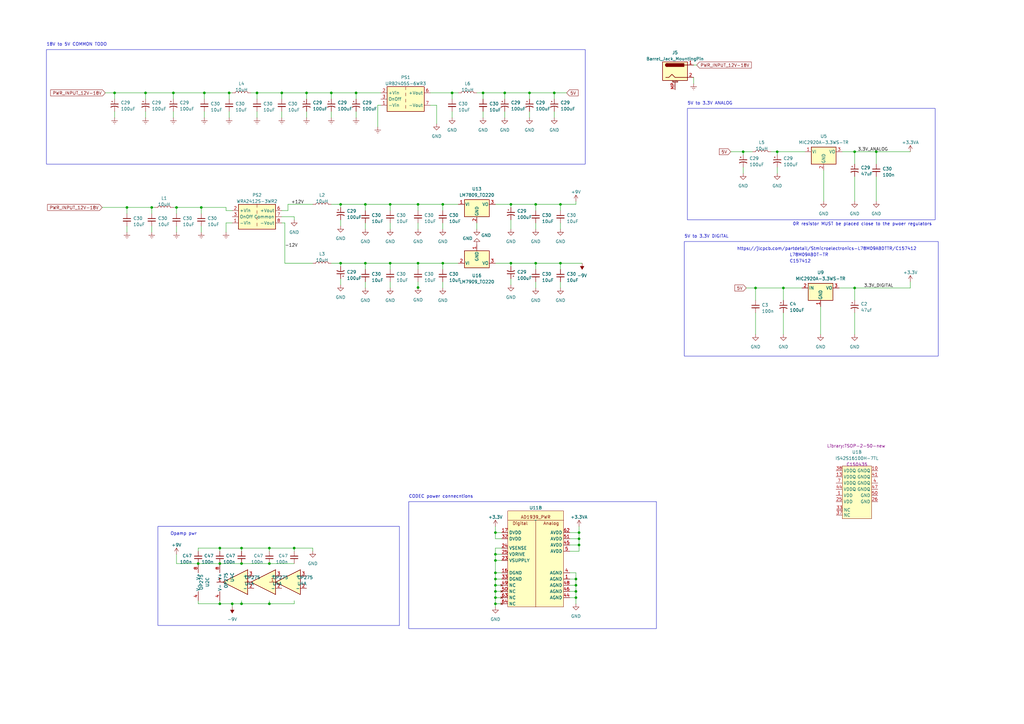
<source format=kicad_sch>
(kicad_sch (version 20230121) (generator eeschema)
  (paper "A3")
  (junction (at 146.05 38.1))
  (junction (at 350.52 118.11))
  (junction (at 72.39 85.09))
  (junction (at 171.45 107.95))
  (junction (at 149.86 107.95))
  (junction (at 236.22 237.49))
  (junction (at 236.22 245.11))
  (junction (at 110.49 231.14))
  (junction (at 237.49 223.52))
  (junction (at 135.89 38.1))
  (junction (at 229.87 83.82))
  (junction (at 93.98 38.1))
  (junction (at 115.57 38.1))
  (junction (at 81.28 231.14))
  (junction (at 304.8 62.23))
  (junction (at 217.17 38.1))
  (junction (at 125.73 38.1))
  (junction (at 209.55 107.95))
  (junction (at 236.22 242.57))
  (junction (at 237.49 218.44))
  (junction (at 309.88 118.11))
  (junction (at 105.41 38.1))
  (junction (at 71.12 38.1))
  (junction (at 359.41 62.23))
  (junction (at 110.49 224.79))
  (junction (at 181.61 83.82))
  (junction (at 203.2 227.33))
  (junction (at 99.06 224.79))
  (junction (at 83.82 38.1))
  (junction (at 82.55 85.09))
  (junction (at 90.17 224.79))
  (junction (at 90.17 231.14))
  (junction (at 207.01 38.1))
  (junction (at 149.86 83.82))
  (junction (at 90.17 247.65))
  (junction (at 237.49 220.98))
  (junction (at 219.71 107.95))
  (junction (at 99.06 247.65))
  (junction (at 203.2 242.57))
  (junction (at 203.2 247.65))
  (junction (at 110.49 247.65))
  (junction (at 160.02 83.82))
  (junction (at 203.2 218.44))
  (junction (at 236.22 240.03))
  (junction (at 209.55 83.82))
  (junction (at 99.06 231.14))
  (junction (at 120.65 224.79))
  (junction (at 160.02 107.95))
  (junction (at 203.2 245.11))
  (junction (at 46.99 38.1))
  (junction (at 95.25 247.65))
  (junction (at 171.45 83.82))
  (junction (at 59.69 38.1))
  (junction (at 185.42 38.1))
  (junction (at 198.12 38.1))
  (junction (at 229.87 107.95))
  (junction (at 321.31 118.11))
  (junction (at 350.52 62.23))
  (junction (at 219.71 83.82))
  (junction (at 203.2 234.95))
  (junction (at 203.2 237.49))
  (junction (at 318.77 62.23))
  (junction (at 139.7 107.95))
  (junction (at 139.7 83.82))
  (junction (at 171.45 117.9349))
  (junction (at 62.23 85.09))
  (junction (at 227.33 38.1))
  (junction (at 203.2 240.03))
  (junction (at 203.2 229.87))
  (junction (at 181.61 107.95))
  (junction (at 52.07 85.09))
  (wire (pts (xy 318.77 71.12) (xy 318.77 68.58)))
  (wire (pts (xy 176.53 43.18) (xy 179.07 43.18)))
  (wire (pts (xy 160.02 91.44) (xy 160.02 93.98)))
  (wire (pts (xy 203.2 227.33) (xy 203.2 229.87)))
  (wire (pts (xy 116.84 107.95) (xy 128.27 107.95)))
  (wire (pts (xy 62.23 85.09) (xy 63.5 85.09)))
  (wire (pts (xy 120.65 247.65) (xy 120.65 246.38)))
  (wire (pts (xy 171.45 107.95) (xy 181.61 107.95)))
  (wire (pts (xy 198.12 45.72) (xy 198.12 48.26)))
  (wire (pts (xy 321.31 128.27) (xy 321.31 137.16)))
  (wire (pts (xy 171.45 107.95) (xy 171.45 110.49)))
  (wire (pts (xy 227.33 38.1) (xy 227.33 40.64)))
  (wire (pts (xy 72.39 85.09) (xy 72.39 87.63)))
  (wire (pts (xy 62.23 85.09) (xy 62.23 87.63)))
  (wire (pts (xy 229.87 83.82) (xy 229.87 86.36)))
  (wire (pts (xy 118.11 83.82) (xy 118.11 86.36)))
  (wire (pts (xy 209.55 107.95) (xy 209.55 109.22)))
  (wire (pts (xy 71.12 45.72) (xy 71.12 48.26)))
  (wire (pts (xy 135.89 83.82) (xy 139.7 83.82)))
  (wire (pts (xy 203.2 245.11) (xy 203.2 247.65)))
  (wire (pts (xy 72.39 227.33) (xy 72.39 231.14)))
  (wire (pts (xy 207.01 45.72) (xy 207.01 48.26)))
  (wire (pts (xy 99.06 247.65) (xy 99.06 246.38)))
  (wire (pts (xy 233.68 237.49) (xy 236.22 237.49)))
  (wire (pts (xy 185.42 45.72) (xy 185.42 48.26)))
  (wire (pts (xy 195.58 93.98) (xy 195.58 91.44)))
  (wire (pts (xy 81.28 231.14) (xy 90.17 231.14)))
  (wire (pts (xy 318.77 62.23) (xy 330.2 62.23)))
  (wire (pts (xy 146.05 45.72) (xy 146.05 48.26)))
  (wire (pts (xy 236.22 82.55) (xy 236.22 83.82)))
  (wire (pts (xy 95.25 247.65) (xy 95.25 248.92)))
  (wire (pts (xy 154.94 43.18) (xy 156.21 43.18)))
  (wire (pts (xy 171.45 83.82) (xy 171.45 86.36)))
  (wire (pts (xy 90.17 231.14) (xy 99.06 231.14)))
  (wire (pts (xy 102.87 38.1) (xy 105.41 38.1)))
  (wire (pts (xy 59.69 38.1) (xy 59.69 40.64)))
  (wire (pts (xy 171.45 91.44) (xy 171.45 93.98)))
  (wire (pts (xy 205.74 242.57) (xy 203.2 242.57)))
  (wire (pts (xy 321.31 118.11) (xy 321.31 123.19)))
  (wire (pts (xy 115.57 38.1) (xy 115.57 40.64)))
  (wire (pts (xy 149.86 83.82) (xy 160.02 83.82)))
  (wire (pts (xy 92.71 95.25) (xy 92.71 91.44)))
  (wire (pts (xy 99.06 224.79) (xy 99.06 226.06)))
  (wire (pts (xy 205.74 247.65) (xy 203.2 247.65)))
  (wire (pts (xy 139.7 85.09) (xy 139.7 83.82)))
  (wire (pts (xy 217.17 38.1) (xy 217.17 40.64)))
  (wire (pts (xy 139.7 114.3) (xy 139.7 116.84)))
  (wire (pts (xy 139.7 107.95) (xy 139.7 109.22)))
  (wire (pts (xy 350.52 67.31) (xy 350.52 62.23)))
  (wire (pts (xy 350.52 123.19) (xy 350.52 118.11)))
  (wire (pts (xy 93.98 38.1) (xy 95.25 38.1)))
  (wire (pts (xy 350.52 72.39) (xy 350.52 82.55)))
  (wire (pts (xy 83.82 45.72) (xy 83.82 48.26)))
  (wire (pts (xy 359.41 67.31) (xy 359.41 62.23)))
  (wire (pts (xy 359.41 62.23) (xy 373.38 62.23)))
  (wire (pts (xy 321.31 118.11) (xy 328.93 118.11)))
  (wire (pts (xy 205.74 237.49) (xy 203.2 237.49)))
  (wire (pts (xy 90.17 247.65) (xy 90.17 246.38)))
  (wire (pts (xy 105.41 38.1) (xy 115.57 38.1)))
  (wire (pts (xy 236.22 240.03) (xy 236.22 242.57)))
  (wire (pts (xy 128.27 224.79) (xy 128.27 226.06)))
  (wire (pts (xy 99.06 224.79) (xy 110.49 224.79)))
  (wire (pts (xy 99.06 247.65) (xy 110.49 247.65)))
  (wire (pts (xy 105.41 45.72) (xy 105.41 48.26)))
  (wire (pts (xy 95.25 247.65) (xy 99.06 247.65)))
  (wire (pts (xy 160.02 115.57) (xy 160.02 118.11)))
  (wire (pts (xy 81.28 247.65) (xy 90.17 247.65)))
  (wire (pts (xy 284.48 34.29) (xy 284.48 31.75)))
  (wire (pts (xy 233.68 223.52) (xy 237.49 223.52)))
  (wire (pts (xy 203.2 237.49) (xy 203.2 240.03)))
  (wire (pts (xy 181.61 115.57) (xy 181.61 118.11)))
  (wire (pts (xy 203.2 107.95) (xy 209.55 107.95)))
  (wire (pts (xy 171.45 83.82) (xy 181.61 83.82)))
  (wire (pts (xy 209.55 93.98) (xy 209.55 90.17)))
  (wire (pts (xy 336.55 125.73) (xy 336.55 137.16)))
  (wire (pts (xy 120.65 88.9) (xy 120.65 90.17)))
  (wire (pts (xy 179.07 43.18) (xy 179.07 50.8)))
  (wire (pts (xy 149.86 115.57) (xy 149.86 118.11)))
  (wire (pts (xy 181.61 83.82) (xy 181.61 86.36)))
  (wire (pts (xy 350.52 118.11) (xy 373.38 118.11)))
  (wire (pts (xy 160.02 107.95) (xy 160.02 110.49)))
  (wire (pts (xy 217.17 38.1) (xy 227.33 38.1)))
  (wire (pts (xy 181.61 83.82) (xy 187.96 83.82)))
  (wire (pts (xy 110.49 247.65) (xy 110.49 246.38)))
  (wire (pts (xy 149.86 107.95) (xy 149.86 110.49)))
  (wire (pts (xy 304.8 63.5) (xy 304.8 62.23)))
  (wire (pts (xy 99.06 231.14) (xy 110.49 231.14)))
  (wire (pts (xy 52.07 85.09) (xy 62.23 85.09)))
  (wire (pts (xy 181.61 107.95) (xy 187.96 107.95)))
  (wire (pts (xy 229.87 107.95) (xy 229.87 110.49)))
  (wire (pts (xy 110.49 231.14) (xy 120.65 231.14)))
  (wire (pts (xy 83.82 38.1) (xy 93.98 38.1)))
  (wire (pts (xy 93.98 45.72) (xy 93.98 48.26)))
  (wire (pts (xy 233.68 242.57) (xy 236.22 242.57)))
  (wire (pts (xy 120.65 224.79) (xy 120.65 226.06)))
  (wire (pts (xy 229.87 115.57) (xy 229.87 118.11)))
  (wire (pts (xy 115.57 45.72) (xy 115.57 48.26)))
  (wire (pts (xy 337.82 69.85) (xy 337.82 82.55)))
  (wire (pts (xy 233.68 226.06) (xy 237.49 226.06)))
  (wire (pts (xy 52.07 92.71) (xy 52.07 95.25)))
  (wire (pts (xy 71.12 85.09) (xy 72.39 85.09)))
  (wire (pts (xy 219.71 91.44) (xy 219.71 93.98)))
  (wire (pts (xy 237.49 223.52) (xy 237.49 226.06)))
  (wire (pts (xy 52.07 85.09) (xy 52.07 87.63)))
  (wire (pts (xy 139.7 83.82) (xy 149.86 83.82)))
  (wire (pts (xy 227.33 38.1) (xy 232.41 38.1)))
  (wire (pts (xy 205.74 220.98) (xy 203.2 220.98)))
  (wire (pts (xy 229.87 83.82) (xy 236.22 83.82)))
  (wire (pts (xy 181.61 91.44) (xy 181.61 93.98)))
  (wire (pts (xy 92.71 86.36) (xy 92.71 85.09)))
  (wire (pts (xy 176.53 38.1) (xy 185.42 38.1)))
  (wire (pts (xy 209.55 83.82) (xy 219.71 83.82)))
  (wire (pts (xy 318.77 63.5) (xy 318.77 62.23)))
  (wire (pts (xy 146.05 38.1) (xy 146.05 40.64)))
  (wire (pts (xy 135.89 45.72) (xy 135.89 48.26)))
  (wire (pts (xy 316.23 62.23) (xy 318.77 62.23)))
  (wire (pts (xy 93.98 38.1) (xy 93.98 40.64)))
  (wire (pts (xy 90.17 224.79) (xy 90.17 226.06)))
  (wire (pts (xy 105.41 38.1) (xy 105.41 40.64)))
  (wire (pts (xy 237.49 218.44) (xy 237.49 220.98)))
  (wire (pts (xy 350.52 62.23) (xy 359.41 62.23)))
  (wire (pts (xy 309.88 118.11) (xy 321.31 118.11)))
  (wire (pts (xy 219.71 115.57) (xy 219.71 118.11)))
  (wire (pts (xy 217.17 45.72) (xy 217.17 48.26)))
  (wire (pts (xy 345.44 62.23) (xy 350.52 62.23)))
  (wire (pts (xy 219.71 83.82) (xy 219.71 86.36)))
  (wire (pts (xy 128.27 83.82) (xy 118.11 83.82)))
  (wire (pts (xy 205.74 224.79) (xy 203.2 224.79)))
  (wire (pts (xy 185.42 38.1) (xy 185.42 40.64)))
  (wire (pts (xy 207.01 38.1) (xy 217.17 38.1)))
  (wire (pts (xy 82.55 92.71) (xy 82.55 95.25)))
  (wire (pts (xy 120.65 224.79) (xy 128.27 224.79)))
  (wire (pts (xy 203.2 242.57) (xy 203.2 245.11)))
  (wire (pts (xy 227.33 45.72) (xy 227.33 48.26)))
  (wire (pts (xy 350.52 128.27) (xy 350.52 137.16)))
  (wire (pts (xy 198.12 38.1) (xy 198.12 40.64)))
  (wire (pts (xy 203.2 218.44) (xy 203.2 220.98)))
  (wire (pts (xy 110.49 224.79) (xy 110.49 226.06)))
  (wire (pts (xy 81.28 247.65) (xy 81.28 246.38)))
  (wire (pts (xy 373.38 115.57) (xy 373.38 118.11)))
  (wire (pts (xy 110.49 224.79) (xy 120.65 224.79)))
  (wire (pts (xy 233.68 218.44) (xy 237.49 218.44)))
  (wire (pts (xy 306.07 118.11) (xy 309.88 118.11)))
  (wire (pts (xy 83.82 38.1) (xy 83.82 40.64)))
  (wire (pts (xy 149.86 107.95) (xy 160.02 107.95)))
  (wire (pts (xy 203.2 234.95) (xy 203.2 237.49)))
  (wire (pts (xy 219.71 83.82) (xy 229.87 83.82)))
  (wire (pts (xy 90.17 247.65) (xy 95.25 247.65)))
  (wire (pts (xy 236.22 237.49) (xy 236.22 240.03)))
  (wire (pts (xy 135.89 107.95) (xy 139.7 107.95)))
  (wire (pts (xy 203.2 224.79) (xy 203.2 227.33)))
  (wire (pts (xy 43.18 38.1) (xy 46.99 38.1)))
  (wire (pts (xy 72.39 85.09) (xy 82.55 85.09)))
  (wire (pts (xy 160.02 83.82) (xy 171.45 83.82)))
  (wire (pts (xy 46.99 45.72) (xy 46.99 48.26)))
  (wire (pts (xy 205.74 227.33) (xy 203.2 227.33)))
  (wire (pts (xy 139.7 92.71) (xy 139.7 90.17)))
  (wire (pts (xy 203.2 240.03) (xy 203.2 242.57)))
  (wire (pts (xy 233.68 245.11) (xy 236.22 245.11)))
  (wire (pts (xy 209.55 114.3) (xy 209.55 116.84)))
  (wire (pts (xy 237.49 220.98) (xy 237.49 223.52)))
  (wire (pts (xy 92.71 91.44) (xy 95.25 91.44)))
  (wire (pts (xy 41.91 85.09) (xy 52.07 85.09)))
  (wire (pts (xy 203.2 218.44) (xy 205.74 218.44)))
  (wire (pts (xy 203.2 215.9) (xy 203.2 218.44)))
  (wire (pts (xy 115.57 38.1) (xy 125.73 38.1)))
  (wire (pts (xy 205.74 229.87) (xy 203.2 229.87)))
  (wire (pts (xy 209.55 85.09) (xy 209.55 83.82)))
  (wire (pts (xy 205.74 240.03) (xy 203.2 240.03)))
  (wire (pts (xy 203.2 229.87) (xy 203.2 234.95)))
  (wire (pts (xy 95.25 86.36) (xy 92.71 86.36)))
  (wire (pts (xy 160.02 107.95) (xy 171.45 107.95)))
  (wire (pts (xy 125.73 38.1) (xy 125.73 40.64)))
  (wire (pts (xy 203.2 83.82) (xy 209.55 83.82)))
  (wire (pts (xy 219.71 107.95) (xy 219.71 110.49)))
  (wire (pts (xy 236.22 234.95) (xy 236.22 237.49)))
  (wire (pts (xy 90.17 224.79) (xy 99.06 224.79)))
  (wire (pts (xy 149.86 91.44) (xy 149.86 93.98)))
  (wire (pts (xy 81.28 224.79) (xy 90.17 224.79)))
  (wire (pts (xy 181.61 107.95) (xy 181.61 110.49)))
  (wire (pts (xy 115.57 86.36) (xy 118.11 86.36)))
  (wire (pts (xy 203.2 247.65) (xy 203.2 248.92)))
  (wire (pts (xy 71.12 38.1) (xy 71.12 40.64)))
  (wire (pts (xy 115.57 91.44) (xy 116.84 91.44)))
  (wire (pts (xy 160.02 83.82) (xy 160.02 86.36)))
  (wire (pts (xy 146.05 38.1) (xy 156.21 38.1)))
  (wire (pts (xy 219.71 107.95) (xy 229.87 107.95)))
  (wire (pts (xy 59.69 38.1) (xy 71.12 38.1)))
  (wire (pts (xy 59.69 45.72) (xy 59.69 48.26)))
  (wire (pts (xy 171.45 117.9349) (xy 171.45 118.11)))
  (wire (pts (xy 116.84 91.44) (xy 116.84 107.95)))
  (wire (pts (xy 62.23 92.71) (xy 62.23 95.25)))
  (wire (pts (xy 299.72 62.23) (xy 304.8 62.23)))
  (wire (pts (xy 229.87 91.44) (xy 229.87 93.98)))
  (wire (pts (xy 82.55 85.09) (xy 82.55 87.63)))
  (wire (pts (xy 233.68 220.98) (xy 237.49 220.98)))
  (wire (pts (xy 72.39 92.71) (xy 72.39 95.25)))
  (wire (pts (xy 125.73 45.72) (xy 125.73 48.26)))
  (wire (pts (xy 304.8 62.23) (xy 308.61 62.23)))
  (wire (pts (xy 135.89 38.1) (xy 146.05 38.1)))
  (wire (pts (xy 185.42 38.1) (xy 187.96 38.1)))
  (wire (pts (xy 304.8 71.12) (xy 304.8 68.58)))
  (wire (pts (xy 125.73 38.1) (xy 135.89 38.1)))
  (wire (pts (xy 309.88 128.27) (xy 309.88 137.16)))
  (wire (pts (xy 198.12 38.1) (xy 207.01 38.1)))
  (wire (pts (xy 72.39 231.14) (xy 81.28 231.14)))
  (wire (pts (xy 229.87 107.95) (xy 238.76 107.95)))
  (wire (pts (xy 207.01 38.1) (xy 207.01 40.64)))
  (wire (pts (xy 115.57 88.9) (xy 120.65 88.9)))
  (wire (pts (xy 82.55 85.09) (xy 92.71 85.09)))
  (wire (pts (xy 71.12 38.1) (xy 83.82 38.1)))
  (wire (pts (xy 309.88 118.11) (xy 309.88 123.19)))
  (wire (pts (xy 46.99 38.1) (xy 59.69 38.1)))
  (wire (pts (xy 46.99 38.1) (xy 46.99 40.64)))
  (wire (pts (xy 81.28 224.79) (xy 81.28 226.06)))
  (wire (pts (xy 195.58 38.1) (xy 198.12 38.1)))
  (wire (pts (xy 171.45 115.57) (xy 171.45 117.9349)))
  (wire (pts (xy 110.49 247.65) (xy 120.65 247.65)))
  (wire (pts (xy 237.49 215.9) (xy 237.49 218.44)))
  (wire (pts (xy 233.68 234.95) (xy 236.22 234.95)))
  (wire (pts (xy 205.74 245.11) (xy 203.2 245.11)))
  (wire (pts (xy 359.41 72.39) (xy 359.41 82.55)))
  (wire (pts (xy 139.7 107.95) (xy 149.86 107.95)))
  (wire (pts (xy 154.94 43.18) (xy 154.94 52.07)))
  (wire (pts (xy 233.68 240.03) (xy 236.22 240.03)))
  (wire (pts (xy 205.74 234.95) (xy 203.2 234.95)))
  (wire (pts (xy 149.86 83.82) (xy 149.86 86.36)))
  (wire (pts (xy 236.22 242.57) (xy 236.22 245.11)))
  (wire (pts (xy 344.17 118.11) (xy 350.52 118.11)))
  (wire (pts (xy 236.22 245.11) (xy 236.22 247.65)))
  (wire (pts (xy 135.89 38.1) (xy 135.89 40.64)))
  (wire (pts (xy 285.75 26.67) (xy 284.48 26.67)))
  (wire (pts (xy 209.55 107.95) (xy 219.71 107.95)))
  (rectangle (start 167.64 205.74) (end 269.24 257.81))
  (rectangle (start 280.67 99.06) (end 384.81 146.05))
  (rectangle (start 281.94 44.45) (end 383.54 90.17))
  (rectangle (start 64.77 215.9) (end 163.83 256.54))
  (rectangle (start 19.05 20.32) (end 240.03 67.31))
  (text "C157412" (at 323.85 107.95 0) (effects (font (size 1.27 1.27)) (justify left bottom)))
  (text "\nL78M09ABDT-TR" (at 323.85 105.41 0) (effects (font (size 1.27 1.27)) (justify left bottom)))
  (text "5V to 3.3V DIGITAL\n" (at 280.67 97.79 0) (effects (font (size 1.27 1.27)) (justify left bottom)))
  (text "CODEC power connecntions\n" (at 167.64 204.47 0) (effects (font (size 1.27 1.27)) (justify left bottom)))
  (text "Opamp pwr\n" (at 69.85 219.71 0) (effects (font (size 1.27 1.27)) (justify left bottom)))
  (text "0R resistor MUST be placed close to the pwoer regulators\n" (at 325.12 92.71 0) (effects (font (size 1.27 1.27)) (justify left bottom)))
  (text "5V to 3.3V ANALOG\n" (at 281.94 43.18 0) (effects (font (size 1.27 1.27)) (justify left bottom)))
  (text "https://jlcpcb.com/partdetail/Stmicroelectronics-L78M09ABDTTR/C157412" (at 302.26 102.87 0) (effects (font (size 1.27 1.27)) (justify left bottom)))
  (text "18V to 5V COMMON TODO\n" (at 19.05 19.05 0) (effects (font (size 1.27 1.27)) (justify left bottom)))
  (label "+12V" (at 119.38 83.82 0))
  (label "3.3V_ANALOG" (at 351.79 62.23 0))
  (label "-12V" (at 116.84 101.6 0))
  (label "3.3V_DIGITAL" (at 354.33 118.11 0))
  (global_label "5V" (shape input) (at 306.07 118.11 180) (property "Intersheetrefs" "${INTERSHEET_REFS}" (effects hide)))
  (global_label "PWR_INPUT_12V-18V" (shape input) (at 43.18 38.1 180) (property "Intersheetrefs" "${INTERSHEET_REFS}" (effects hide)))
  (global_label "PWR_INPUT_12V-18V" (shape input) (at 285.75 26.67 0) (property "Intersheetrefs" "${INTERSHEET_REFS}" (effects hide)))
  (global_label "PWR_INPUT_12V-18V" (shape input) (at 41.91 85.09 180) (property "Intersheetrefs" "${INTERSHEET_REFS}" (effects hide)))
  (global_label "5V" (shape input) (at 299.72 62.23 180) (property "Intersheetrefs" "${INTERSHEET_REFS}" (effects hide)))
  (global_label "5V" (shape input) (at 232.41 38.1 0) (property "Intersheetrefs" "${INTERSHEET_REFS}" (effects hide)))
  (symbol (lib_id "Device:C_Polarized_Small_US") (at 125.73 43.18 0) (unit 1)
    (property "Reference" "C29" (at 128.27 42.1132 0) (effects (justify left)))
    (property "Value" "100uF" (at 128.27 44.6532 0) (effects (justify left)))
    (property "Footprint" "Capacitor_THT:CP_Radial_D6.3mm_P2.50mm" (effects hide))
    (instances (project "stm_audio_board_V3" (path "" (reference "C29") (unit 1)) (path "" (reference "C69") (unit 1))))
  )
  (symbol (lib_id "Device:L") (at 67.31 85.09 90) (unit 1)
    (property "Reference" "L1" (at 67.31 81.28 90))
    (property "Value" "10uH" (at 67.31 83.82 90))
    (property "Footprint" "Inductor_SMD:L_6.3x6.3_H3" (effects hide))
  )
  (symbol (lib_id "Device:C_Small") (at 309.88 125.73 0) (unit 1)
    (property "Reference" "C3" (at 312.42 125.1013 0) (effects (justify left)))
    (property "Value" "100n" (at 312.42 127.6413 0) (effects (justify left)))
    (property "Footprint" "Capacitor_SMD:C_0603_1608Metric" (effects hide))
    (instances (project "stm_audio_board_V3" (path "" (reference "C3") (unit 1)) (path "" (reference "C102") (unit 1))))
  )
  (symbol (lib_id "Device:C_Small") (at 181.61 113.03 0) (unit 1)
    (property "Reference" "C30" (at 184.15 112.4013 0) (effects (justify left)))
    (property "Value" "10uF" (at 184.15 114.9413 0) (effects (justify left)))
    (property "Footprint" "Capacitor_SMD:C_1206_3216Metric" (effects hide))
    (instances (project "stm_audio_board_V3" (path "" (reference "C30") (unit 1)) (path "" (reference "C155") (unit 1))))
  )
  (symbol (lib_id "power:GND") (at 181.61 118.11 0) (unit 1)
    (property "Reference" "#PWR03" (effects hide))
    (property "Value" "GND" (at 181.61 123.19 0))
    (instances (project "stm_audio_board_V3" (path "" (reference "#PWR03") (unit 1)) (path "" (reference "#PWR0154") (unit 1))))
  )
  (symbol (lib_id "power:Earth") (at 59.69 48.26 0) (unit 1)
    (property "Reference" "#PWR06" (effects hide))
    (property "Value" "Earth" (effects hide))
  )
  (symbol (lib_name "LF33_TO252_1") (lib_id "Regulator_Linear:LF33_TO252") (at 336.55 118.11 0) (unit 1)
    (property "Reference" "U9" (at 336.55 111.76 0))
    (property "Value" "MIC2920A-3.3WS-TR" (at 336.55 114.3 0))
    (property "Footprint" "Package_TO_SOT_SMD:SOT-89-3" (effects hide))
    (property "Datasheet" "https://hu.farnell.com/microchip/mic2920a-3-3ws-tr/ldo-reg-26vin-0-4a-3-3v-3sot223/dp/2510013" (effects hide))
  )
  (symbol (lib_id "power:-9V") (at 95.25 248.92 180) (unit 1)
    (property "Reference" "#PWR020" (effects hide))
    (property "Value" "-9V" (at 95.25 254 0))
  )
  (symbol (lib_id "Device:C_Polarized_Small_US") (at 217.17 43.18 0) (unit 1)
    (property "Reference" "C29" (at 219.71 42.1132 0) (effects (justify left)))
    (property "Value" "100uF" (at 219.71 44.6532 0) (effects (justify left)))
    (property "Footprint" "Capacitor_THT:CP_Radial_D6.3mm_P2.50mm" (effects hide))
    (instances (project "stm_audio_board_V3" (path "" (reference "C29") (unit 1)) (path "" (reference "C150") (unit 1))))
  )
  (symbol (lib_id "power:GND") (at 198.12 48.26 0) (unit 1)
    (property "Reference" "#PWR03" (effects hide))
    (property "Value" "GND" (at 198.12 53.34 0))
    (instances (project "stm_audio_board_V3" (path "" (reference "#PWR03") (unit 1)) (path "" (reference "#PWR0149") (unit 1))))
  )
  (symbol (lib_id "power:Earth") (at 146.05 48.26 0) (unit 1)
    (property "Reference" "#PWR092" (effects hide))
    (property "Value" "Earth" (effects hide))
  )
  (symbol (lib_id "Device:C_Polarized_Small_US") (at 135.89 43.18 0) (unit 1)
    (property "Reference" "C29" (at 138.43 42.1132 0) (effects (justify left)))
    (property "Value" "100uF" (at 138.43 44.6532 0) (effects (justify left)))
    (property "Footprint" "Capacitor_THT:CP_Radial_D6.3mm_P2.50mm" (effects hide))
    (instances (project "stm_audio_board_V3" (path "" (reference "C29") (unit 1)) (path "" (reference "C76") (unit 1))))
  )
  (symbol (lib_id "Amplifier_Operational:OP275") (at 92.71 238.76 0) (unit 3)
    (property "Reference" "U4" (at 95.25 238.76 90) (effects (justify left)))
    (property "Value" "OP275" (at 92.71 241.3 90) (effects (justify left)))
    (property "Footprint" "Package_SO:SSOP-8_3.9x5.05mm_P1.27mm" (effects hide))
    (property "Datasheet" "https://www.analog.com/media/en/technical-documentation/data-sheets/OP275.pdf" (effects hide))
    (property "JLCPCB" "C161797" (effects hide))
  )
  (symbol (lib_id "power:GND") (at 171.45 117.9349 0) (unit 1)
    (property "Reference" "#PWR03" (effects hide))
    (property "Value" "GND" (at 171.45 123.0149 0))
    (instances (project "stm_audio_board_V3" (path "" (reference "#PWR03") (unit 1)) (path "" (reference "#PWR0153") (unit 1))))
  )
  (symbol (lib_id "Device:L") (at 191.77 38.1 90) (unit 1)
    (property "Reference" "L6" (at 191.77 34.29 90))
    (property "Value" "10uH" (at 191.77 36.83 90))
    (property "Footprint" "Inductor_SMD:L_6.3x6.3_H3" (effects hide))
  )
  (symbol (lib_id "power:GND") (at 336.55 137.16 0) (unit 1)
    (property "Reference" "#PWR03" (effects hide))
    (property "Value" "GND" (at 336.55 142.24 0))
    (instances (project "stm_audio_board_V3" (path "" (reference "#PWR03") (unit 1)) (path "" (reference "#PWR067") (unit 1))))
  )
  (symbol (lib_id "Device:C_Small") (at 83.82 43.18 0) (unit 1)
    (property "Reference" "C30" (at 86.36 42.5513 0) (effects (justify left)))
    (property "Value" "10uF" (at 86.36 45.0913 0) (effects (justify left)))
    (property "Footprint" "Capacitor_SMD:C_1206_3216Metric" (effects hide))
    (instances (project "stm_audio_board_V3" (path "" (reference "C30") (unit 1)) (path "" (reference "C104") (unit 1))))
  )
  (symbol (lib_id "Device:C_Polarized_Small_US") (at 318.77 66.04 0) (unit 1)
    (property "Reference" "C29" (at 321.31 64.9732 0) (effects (justify left)))
    (property "Value" "100uF" (at 321.31 67.5132 0) (effects (justify left)))
    (property "Footprint" "Capacitor_THT:CP_Radial_D6.3mm_P2.50mm" (effects hide))
    (instances (project "stm_audio_board_V3" (path "" (reference "C29") (unit 1)) (path "" (reference "C15") (unit 1))))
  )
  (symbol (lib_id "power:Earth") (at 284.48 34.29 0) (unit 1)
    (property "Reference" "#PWR028" (effects hide))
    (property "Value" "Earth" (effects hide))
  )
  (symbol (lib_id "Device:C_Small") (at 359.41 69.85 0) (unit 1)
    (property "Reference" "C30" (at 361.95 69.2213 0) (effects (justify left)))
    (property "Value" "100n" (at 361.95 71.7613 0) (effects (justify left)))
    (property "Footprint" "Capacitor_SMD:C_0603_1608Metric" (effects hide))
  )
  (symbol (lib_id "power:GND") (at 120.65 90.17 0) (unit 1)
    (property "Reference" "#PWR03" (effects hide))
    (property "Value" "GND" (at 120.65 95.25 0))
    (instances (project "stm_audio_board_V3" (path "" (reference "#PWR03") (unit 1)) (path "" (reference "#PWR0131") (unit 1))))
  )
  (symbol (lib_id "power:Earth") (at 82.55 95.25 0) (unit 1)
    (property "Reference" "#PWR0104" (effects hide))
    (property "Value" "Earth" (effects hide))
  )
  (symbol (lib_id "Device:C_Small") (at 229.87 88.9 0) (unit 1)
    (property "Reference" "C30" (at 232.41 88.2713 0) (effects (justify left)))
    (property "Value" "10uF" (at 232.41 90.8113 0) (effects (justify left)))
    (property "Footprint" "Capacitor_SMD:C_1206_3216Metric" (effects hide))
    (instances (project "stm_audio_board_V3" (path "" (reference "C30") (unit 1)) (path "" (reference "C147") (unit 1))))
  )
  (symbol (lib_id "Device:C_Polarized_Small_US") (at 207.01 43.18 0) (unit 1)
    (property "Reference" "C29" (at 209.55 42.1132 0) (effects (justify left)))
    (property "Value" "100uF" (at 209.55 44.6532 0) (effects (justify left)))
    (property "Footprint" "Capacitor_THT:CP_Radial_D6.3mm_P2.50mm" (effects hide))
    (instances (project "stm_audio_board_V3" (path "" (reference "C29") (unit 1)) (path "" (reference "C140") (unit 1))))
  )
  (symbol (lib_id "Device:C_Small") (at 99.06 228.6 0) (mirror x) (unit 1)
    (property "Reference" "C47" (at 96.52 227.9586 0) (effects (justify right)))
    (property "Value" "100n" (at 96.52 230.4986 0) (effects (justify right)))
    (property "Footprint" "Capacitor_SMD:C_0603_1608Metric" (effects hide))
    (instances (project "stm_audio_board_V3" (path "" (reference "C47") (unit 1)) (path "" (reference "C63") (unit 1)) (path "" (reference "C25") (unit 1)) (path "" (reference "C113") (unit 1))))
  )
  (symbol (lib_id "power:GND") (at 309.88 137.16 0) (unit 1)
    (property "Reference" "#PWR03" (effects hide))
    (property "Value" "GND" (at 309.88 142.24 0))
    (instances (project "stm_audio_board_V3" (path "" (reference "#PWR03") (unit 1)) (path "" (reference "#PWR066") (unit 1))))
  )
  (symbol (lib_id "power:GND") (at 149.86 93.98 0) (unit 1)
    (property "Reference" "#PWR03" (effects hide))
    (property "Value" "GND" (at 149.86 99.06 0))
    (instances (project "stm_audio_board_V3" (path "" (reference "#PWR03") (unit 1)) (path "" (reference "#PWR0135") (unit 1))))
  )
  (symbol (lib_id "Device:C_Small") (at 93.98 43.18 0) (unit 1)
    (property "Reference" "C30" (at 96.52 42.5513 0) (effects (justify left)))
    (property "Value" "10uF" (at 96.52 45.0913 0) (effects (justify left)))
    (property "Footprint" "Capacitor_SMD:C_1206_3216Metric" (effects hide))
    (instances (project "stm_audio_board_V3" (path "" (reference "C30") (unit 1)) (path "" (reference "C105") (unit 1))))
  )
  (symbol (lib_id "power:Earth") (at 135.89 48.26 0) (unit 1)
    (property "Reference" "#PWR091" (effects hide))
    (property "Value" "Earth" (effects hide))
  )
  (symbol (lib_id "Regulator_Linear:LF33_TO252") (at 337.82 62.23 0) (unit 1)
    (property "Reference" "U5" (at 337.82 55.88 0))
    (property "Value" "MIC2920A-3.3WS-TR" (at 337.82 58.42 0))
    (property "Footprint" "Package_TO_SOT_SMD:SOT-223-3_TabPin2" (effects hide))
    (property "Datasheet" "https://hu.farnell.com/microchip/mic2920a-3-3ws-tr/ldo-reg-26vin-0-4a-3-3v-3sot223/dp/2510013" (effects hide))
  )
  (symbol (lib_id "Device:C_Polarized_Small_US") (at 321.31 125.73 0) (unit 1)
    (property "Reference" "C4" (at 323.85 124.6632 0) (effects (justify left)))
    (property "Value" "100uF" (at 323.85 127.2032 0) (effects (justify left)))
    (property "Footprint" "Capacitor_THT:CP_Radial_D6.3mm_P2.50mm" (effects hide))
    (instances (project "stm_audio_board_V3" (path "" (reference "C4") (unit 1)) (path "" (reference "C70") (unit 1))))
  )
  (symbol (lib_id "power:+9V") (at 72.39 227.33 0) (unit 1)
    (property "Reference" "#PWR076" (effects hide))
    (property "Value" "+9V" (at 72.39 223.52 0))
  )
  (symbol (lib_id "power:Earth") (at 105.41 48.26 0) (unit 1)
    (property "Reference" "#PWR0129" (effects hide))
    (property "Value" "Earth" (effects hide))
  )
  (symbol (lib_id "power:GND") (at 350.52 137.16 0) (unit 1)
    (property "Reference" "#PWR03" (effects hide))
    (property "Value" "GND" (at 350.52 142.24 0))
    (instances (project "stm_audio_board_V3" (path "" (reference "#PWR03") (unit 1)) (path "" (reference "#PWR061") (unit 1))))
  )
  (symbol (lib_id "Device:C_Small") (at 62.23 90.17 0) (unit 1)
    (property "Reference" "C30" (at 64.77 89.5413 0) (effects (justify left)))
    (property "Value" "10uF" (at 64.77 92.0813 0) (effects (justify left)))
    (property "Footprint" "Capacitor_SMD:C_1206_3216Metric" (effects hide))
    (instances (project "stm_audio_board_V3" (path "" (reference "C30") (unit 1)) (path "" (reference "C137") (unit 1))))
  )
  (symbol (lib_id "power:Earth") (at 92.71 95.25 0) (unit 1)
    (property "Reference" "#PWR077" (effects hide))
    (property "Value" "Earth" (effects hide))
  )
  (symbol (lib_id "power:Earth") (at 52.07 95.25 0) (unit 1)
    (property "Reference" "#PWR074" (effects hide))
    (property "Value" "Earth" (effects hide))
  )
  (symbol (lib_id "Device:C_Polarized_Small_US") (at 209.55 87.63 0) (unit 1)
    (property "Reference" "C29" (at 212.09 86.5632 0) (effects (justify left)))
    (property "Value" "100uF" (at 212.09 89.1032 0) (effects (justify left)))
    (property "Footprint" "Capacitor_THT:CP_Radial_D6.3mm_P2.50mm" (effects hide))
    (instances (project "stm_audio_board_V3" (path "" (reference "C29") (unit 1)) (path "" (reference "C28") (unit 1))))
  )
  (symbol (lib_id "power:GND") (at 209.55 116.84 0) (unit 1)
    (property "Reference" "#PWR03" (effects hide))
    (property "Value" "GND" (at 209.55 121.92 0))
    (instances (project "stm_audio_board_V3" (path "" (reference "#PWR03") (unit 1)) (path "" (reference "#PWR093") (unit 1))))
  )
  (symbol (lib_id "power:GND") (at 179.07 50.8 0) (unit 1)
    (property "Reference" "#PWR03" (effects hide))
    (property "Value" "GND" (at 179.07 55.88 0))
    (instances (project "stm_audio_board_V3" (path "" (reference "#PWR03") (unit 1)) (path "" (reference "#PWR047") (unit 1))))
  )
  (symbol (lib_id "Device:C_Small") (at 120.65 228.6 0) (mirror x) (unit 1)
    (property "Reference" "C47" (at 118.11 227.9586 0) (effects (justify right)))
    (property "Value" "100n" (at 118.11 230.4986 0) (effects (justify right)))
    (property "Footprint" "Capacitor_SMD:C_0603_1608Metric" (effects hide))
    (instances (project "stm_audio_board_V3" (path "" (reference "C47") (unit 1)) (path "" (reference "C63") (unit 1)) (path "" (reference "C25") (unit 1)) (path "" (reference "C120") (unit 1))))
  )
  (symbol (lib_id "power:+3.3VA") (at 373.38 62.23 0) (unit 1)
    (property "Reference" "#PWR044" (effects hide))
    (property "Value" "+3.3VA" (at 373.38 58.42 0))
  )
  (symbol (lib_id "Device:L") (at 132.08 107.95 90) (unit 1)
    (property "Reference" "L3" (at 132.08 104.14 90))
    (property "Value" "10uH" (at 132.08 106.68 90))
    (property "Footprint" "Inductor_SMD:L_6.3x6.3_H3" (effects hide))
  )
  (symbol (lib_id "power:+3.3V") (at 203.2 215.9 0) (unit 1)
    (property "Reference" "#PWR087" (effects hide))
    (property "Value" "+3.3V" (at 203.2 212.09 0))
  )
  (symbol (lib_id "codec:AD1939") (at 219.71 213.36 0) (unit 2)
    (property "Reference" "U11" (at 219.71 208.28 0))
    (property "Value" "~" (at 219.71 213.36 0))
    (property "Footprint" "Package_QFP:LQFP-64_10x10mm_P0.5mm" (effects hide))
    (property "JLCPCB" "C2913556" (effects hide))
  )
  (symbol (lib_id "Converter_DCDC:ITQ2412S") (at 105.41 88.9 0) (unit 1)
    (property "Reference" "PS2" (at 105.41 80.01 0))
    (property "Value" "WRA2412S-3WR2" (at 105.41 82.55 0))
    (property "Footprint" "Converter_DCDC:Converter_DCDC_XP_POWER-ITxxxxxS_THT" (effects hide))
    (property "Datasheet" "https://jlcpcb.com/partdetail/Ylptec-WRA2412S3WR2/C5369662" (effects hide))
    (property "JLCPCB" "C5369662" (effects hide))
  )
  (symbol (lib_id "Connector:Barrel_Jack_MountingPin") (at 276.86 29.21 0) (unit 1)
    (property "Reference" "J5" (at 276.86 21.59 0))
    (property "Value" "Barrel_Jack_MountingPin" (at 276.86 24.13 0))
    (property "Footprint" "Connector_BarrelJack:BarrelJack_GCT_DCJ200-10-A_Horizontal" (effects hide))
  )
  (symbol (lib_id "power:GND") (at 185.42 48.26 0) (unit 1)
    (property "Reference" "#PWR03" (effects hide))
    (property "Value" "GND" (at 185.42 53.34 0))
    (instances (project "stm_audio_board_V3" (path "" (reference "#PWR03") (unit 1)) (path "" (reference "#PWR0148") (unit 1))))
  )
  (symbol (lib_id "Device:C_Polarized_Small_US") (at 59.69 43.18 0) (unit 1)
    (property "Reference" "C29" (at 62.23 42.1132 0) (effects (justify left)))
    (property "Value" "100uF" (at 62.23 44.6532 0) (effects (justify left)))
    (property "Footprint" "Capacitor_THT:CP_Radial_D6.3mm_P2.50mm" (effects hide))
    (instances (project "stm_audio_board_V3" (path "" (reference "C29") (unit 1)) (path "" (reference "C13") (unit 1))))
  )
  (symbol (lib_id "power:GND") (at 227.33 48.26 0) (unit 1)
    (property "Reference" "#PWR03" (effects hide))
    (property "Value" "GND" (at 227.33 53.34 0))
    (instances (project "stm_audio_board_V3" (path "" (reference "#PWR03") (unit 1)) (path "" (reference "#PWR0152") (unit 1))))
  )
  (symbol (lib_id "Amplifier_Operational:OP275") (at 118.11 238.76 0) (mirror y) (unit 1)
    (property "Reference" "U4" (at 121.92 239.395 0) (effects (justify right)))
    (property "Value" "OP275" (at 121.92 236.855 0) (effects (justify right)))
    (property "Footprint" "Package_SO:SSOP-8_3.9x5.05mm_P1.27mm" (effects hide))
    (property "Datasheet" "https://www.analog.com/media/en/technical-documentation/data-sheets/OP275.pdf" (effects hide))
    (property "JLCPCB" "C161797" (effects hide))
    (instances (project "stm_audio_board_V3" (path "" (reference "U4") (unit 1)) (path "" (reference "U10") (unit 3)) (path "" (reference "U8") (unit 3))))
  )
  (symbol (lib_id "power:GND") (at 160.02 93.98 0) (unit 1)
    (property "Reference" "#PWR03" (effects hide))
    (property "Value" "GND" (at 160.02 99.06 0))
    (instances (project "stm_audio_board_V3" (path "" (reference "#PWR03") (unit 1)) (path "" (reference "#PWR0138") (unit 1))))
  )
  (symbol (lib_id "power:GND") (at 359.41 82.55 0) (unit 1)
    (property "Reference" "#PWR02" (effects hide))
    (property "Value" "GND" (at 359.41 87.63 0))
    (instances (project "stm_audio_board_V3" (path "" (reference "#PWR02") (unit 1)) (path "" (reference "#PWR090") (unit 1))))
  )
  (symbol (lib_id "Device:C_Small") (at 82.55 90.17 0) (unit 1)
    (property "Reference" "C30" (at 85.09 89.5413 0) (effects (justify left)))
    (property "Value" "10uF" (at 85.09 92.0813 0) (effects (justify left)))
    (property "Footprint" "Capacitor_SMD:C_1206_3216Metric" (effects hide))
    (instances (project "stm_audio_board_V3" (path "" (reference "C30") (unit 1)) (path "" (reference "C133") (unit 1))))
  )
  (symbol (lib_id "power:Earth") (at 71.12 48.26 0) (unit 1)
    (property "Reference" "#PWR078" (effects hide))
    (property "Value" "Earth" (effects hide))
  )
  (symbol (lib_id "power:Earth") (at 154.94 52.07 0) (unit 1)
    (property "Reference" "#PWR08" (effects hide))
    (property "Value" "Earth" (effects hide))
  )
  (symbol (lib_id "power:GND") (at 139.7 92.71 0) (unit 1)
    (property "Reference" "#PWR03" (effects hide))
    (property "Value" "GND" (at 139.7 97.79 0))
    (instances (project "stm_audio_board_V3" (path "" (reference "#PWR03") (unit 1)) (path "" (reference "#PWR0132") (unit 1))))
  )
  (symbol (lib_id "power:Earth") (at 125.73 48.26 0) (unit 1)
    (property "Reference" "#PWR079" (effects hide))
    (property "Value" "Earth" (effects hide))
  )
  (symbol (lib_id "power:GND") (at 149.86 118.11 0) (unit 1)
    (property "Reference" "#PWR03" (effects hide))
    (property "Value" "GND" (at 149.86 123.19 0))
    (instances (project "stm_audio_board_V3" (path "" (reference "#PWR03") (unit 1)) (path "" (reference "#PWR0140") (unit 1))))
  )
  (symbol (lib_id "Device:C_Polarized_Small_US") (at 139.7 111.76 180) (unit 1)
    (property "Reference" "C29" (at 142.24 111.5568 0) (effects (justify right)))
    (property "Value" "100uF" (at 142.24 114.0968 0) (effects (justify right)))
    (property "Footprint" "Capacitor_THT:CP_Radial_D6.3mm_P2.50mm" (effects hide))
    (instances (project "stm_audio_board_V3" (path "" (reference "C29") (unit 1)) (path "" (reference "C135") (unit 1))))
  )
  (symbol (lib_id "power:Earth") (at 83.82 48.26 0) (unit 1)
    (property "Reference" "#PWR071" (effects hide))
    (property "Value" "Earth" (effects hide))
  )
  (symbol (lib_id "stm_audio:IS42S16100H-7TL") (at 353.06 195.58 0) (unit 2)
    (property "Reference" "U1" (at 351.4725 185.42 0))
    (property "Value" "IS42S16100H-7TL" (at 351.4725 187.96 0))
    (property "Footprint" "Library:TSOP-2-50-new" (at 351.155 182.88 0))
    (property "Datasheet" "https://jlcpcb.com/partdetail/161773-IS42S16100H7TL/C150435" (effects hide))
    (property "JLCPCB" "C150435" (at 351.4725 190.5 0))
  )
  (symbol (lib_id "power:GND") (at 195.58 93.98 0) (unit 1)
    (property "Reference" "#PWR03" (effects hide))
    (property "Value" "GND" (at 199.39 96.52 0))
    (instances (project "stm_audio_board_V3" (path "" (reference "#PWR03") (unit 1)) (path "" (reference "#PWR0133") (unit 1))))
  )
  (symbol (lib_id "Amplifier_Operational:OP275") (at 107.95 238.76 0) (mirror y) (unit 1)
    (property "Reference" "U4" (at 111.76 239.395 0) (effects (justify right)))
    (property "Value" "OP275" (at 111.76 236.855 0) (effects (justify right)))
    (property "Footprint" "Package_SO:SSOP-8_3.9x5.05mm_P1.27mm" (effects hide))
    (property "Datasheet" "https://www.analog.com/media/en/technical-documentation/data-sheets/OP275.pdf" (effects hide))
    (property "JLCPCB" "C161797" (effects hide))
    (instances (project "stm_audio_board_V3" (path "" (reference "U4") (unit 1)) (path "" (reference "U10") (unit 3)) (path "" (reference "U10") (unit 3))))
  )
  (symbol (lib_id "Device:C_Small") (at 105.41 43.18 0) (unit 1)
    (property "Reference" "C30" (at 107.95 42.5513 0) (effects (justify left)))
    (property "Value" "10uF" (at 107.95 45.0913 0) (effects (justify left)))
    (property "Footprint" "Capacitor_SMD:C_1206_3216Metric" (effects hide))
    (instances (project "stm_audio_board_V3" (path "" (reference "C30") (unit 1)) (path "" (reference "C132") (unit 1))))
  )
  (symbol (lib_id "Device:C_Small") (at 198.12 43.18 0) (unit 1)
    (property "Reference" "C30" (at 200.66 42.5513 0) (effects (justify left)))
    (property "Value" "10uF" (at 200.66 45.0913 0) (effects (justify left)))
    (property "Footprint" "Capacitor_SMD:C_1206_3216Metric" (effects hide))
    (instances (project "stm_audio_board_V3" (path "" (reference "C30") (unit 1)) (path "" (reference "C148") (unit 1))))
  )
  (symbol (lib_id "power:GND") (at 181.61 93.98 0) (unit 1)
    (property "Reference" "#PWR03" (effects hide))
    (property "Value" "GND" (at 181.61 99.06 0))
    (instances (project "stm_audio_board_V3" (path "" (reference "#PWR03") (unit 1)) (path "" (reference "#PWR0143") (unit 1))))
  )
  (symbol (lib_id "power:Earth") (at 62.23 95.25 0) (unit 1)
    (property "Reference" "#PWR0137" (effects hide))
    (property "Value" "Earth" (effects hide))
  )
  (symbol (lib_id "Device:C_Small") (at 171.45 88.9 0) (unit 1)
    (property "Reference" "C30" (at 173.99 88.2713 0) (effects (justify left)))
    (property "Value" "10uF" (at 173.99 90.8113 0) (effects (justify left)))
    (property "Footprint" "Capacitor_SMD:C_1206_3216Metric" (effects hide))
    (instances (project "stm_audio_board_V3" (path "" (reference "C30") (unit 1)) (path "" (reference "C152") (unit 1))))
  )
  (symbol (lib_id "power:GND") (at 229.87 93.98 0) (unit 1)
    (property "Reference" "#PWR03" (effects hide))
    (property "Value" "GND" (at 229.87 99.06 0))
    (instances (project "stm_audio_board_V3" (path "" (reference "#PWR03") (unit 1)) (path "" (reference "#PWR0145") (unit 1))))
  )
  (symbol (lib_id "Device:C_Small") (at 181.61 88.9 0) (unit 1)
    (property "Reference" "C30" (at 184.15 88.2713 0) (effects (justify left)))
    (property "Value" "10uF" (at 184.15 90.8113 0) (effects (justify left)))
    (property "Footprint" "Capacitor_SMD:C_1206_3216Metric" (effects hide))
    (instances (project "stm_audio_board_V3" (path "" (reference "C30") (unit 1)) (path "" (reference "C153") (unit 1))))
  )
  (symbol (lib_id "Device:C_Polarized_Small_US") (at 350.52 69.85 0) (unit 1)
    (property "Reference" "C29" (at 353.06 68.7832 0) (effects (justify left)))
    (property "Value" "47uF" (at 353.06 71.3232 0) (effects (justify left)))
    (property "Footprint" "Capacitor_THT:CP_Radial_D6.3mm_P2.50mm" (effects hide))
  )
  (symbol (lib_id "Device:C_Small") (at 185.42 43.18 0) (unit 1)
    (property "Reference" "C30" (at 187.96 42.5513 0) (effects (justify left)))
    (property "Value" "10uF" (at 187.96 45.0913 0) (effects (justify left)))
    (property "Footprint" "Capacitor_SMD:C_1206_3216Metric" (effects hide))
    (instances (project "stm_audio_board_V3" (path "" (reference "C30") (unit 1)) (path "" (reference "C149") (unit 1))))
  )
  (symbol (lib_id "Device:C_Small") (at 149.86 113.03 0) (unit 1)
    (property "Reference" "C30" (at 152.4 112.4013 0) (effects (justify left)))
    (property "Value" "10uF" (at 152.4 114.9413 0) (effects (justify left)))
    (property "Footprint" "Capacitor_SMD:C_1206_3216Metric" (effects hide))
    (instances (project "stm_audio_board_V3" (path "" (reference "C30") (unit 1)) (path "" (reference "C139") (unit 1))))
  )
  (symbol (lib_id "Device:C_Polarized_Small_US") (at 46.99 43.18 0) (unit 1)
    (property "Reference" "C29" (at 49.53 42.1132 0) (effects (justify left)))
    (property "Value" "100uF" (at 49.53 44.6532 0) (effects (justify left)))
    (property "Footprint" "Capacitor_THT:CP_Radial_D6.3mm_P2.50mm" (effects hide))
    (instances (project "stm_audio_board_V3" (path "" (reference "C29") (unit 1)) (path "" (reference "C75") (unit 1))))
  )
  (symbol (lib_id "power:GND") (at 209.55 93.98 0) (unit 1)
    (property "Reference" "#PWR03" (effects hide))
    (property "Value" "GND" (at 209.55 99.06 0))
    (instances (project "stm_audio_board_V3" (path "" (reference "#PWR03") (unit 1)) (path "" (reference "#PWR094") (unit 1))))
  )
  (symbol (lib_id "power:Earth") (at 115.57 48.26 0) (unit 1)
    (property "Reference" "#PWR0130" (effects hide))
    (property "Value" "Earth" (effects hide))
  )
  (symbol (lib_id "power:GND") (at 219.71 93.98 0) (unit 1)
    (property "Reference" "#PWR03" (effects hide))
    (property "Value" "GND" (at 219.71 99.06 0))
    (instances (project "stm_audio_board_V3" (path "" (reference "#PWR03") (unit 1)) (path "" (reference "#PWR0144") (unit 1))))
  )
  (symbol (lib_id "Device:C_Small") (at 72.39 90.17 0) (unit 1)
    (property "Reference" "C30" (at 74.93 89.5413 0) (effects (justify left)))
    (property "Value" "10uF" (at 74.93 92.0813 0) (effects (justify left)))
    (property "Footprint" "Capacitor_SMD:C_1206_3216Metric" (effects hide))
    (instances (project "stm_audio_board_V3" (path "" (reference "C30") (unit 1)) (path "" (reference "C138") (unit 1))))
  )
  (symbol (lib_id "power:GND") (at 321.31 137.16 0) (unit 1)
    (property "Reference" "#PWR03" (effects hide))
    (property "Value" "GND" (at 321.31 142.24 0))
    (instances (project "stm_audio_board_V3" (path "" (reference "#PWR03") (unit 1)) (path "" (reference "#PWR065") (unit 1))))
  )
  (symbol (lib_id "Device:C_Small") (at 219.71 88.9 0) (unit 1)
    (property "Reference" "C30" (at 222.25 88.2713 0) (effects (justify left)))
    (property "Value" "10uF" (at 222.25 90.8113 0) (effects (justify left)))
    (property "Footprint" "Capacitor_SMD:C_1206_3216Metric" (effects hide))
    (instances (project "stm_audio_board_V3" (path "" (reference "C30") (unit 1)) (path "" (reference "C146") (unit 1))))
  )
  (symbol (lib_id "Device:C_Small") (at 160.02 113.03 0) (unit 1)
    (property "Reference" "C30" (at 162.56 112.4013 0) (effects (justify left)))
    (property "Value" "10uF" (at 162.56 114.9413 0) (effects (justify left)))
    (property "Footprint" "Capacitor_SMD:C_1206_3216Metric" (effects hide))
    (instances (project "stm_audio_board_V3" (path "" (reference "C30") (unit 1)) (path "" (reference "C141") (unit 1))))
  )
  (symbol (lib_id "power:+9V") (at 236.22 82.55 0) (unit 1)
    (property "Reference" "#PWR02" (effects hide))
    (property "Value" "+9V" (at 236.22 78.74 0))
  )
  (symbol (lib_id "power:Earth") (at 72.39 95.25 0) (unit 1)
    (property "Reference" "#PWR0139" (effects hide))
    (property "Value" "Earth" (effects hide))
  )
  (symbol (lib_id "Device:C_Small") (at 52.07 90.17 0) (unit 1)
    (property "Reference" "C30" (at 54.61 89.5413 0) (effects (justify left)))
    (property "Value" "10uF" (at 54.61 92.0813 0) (effects (justify left)))
    (property "Footprint" "Capacitor_SMD:C_1206_3216Metric" (effects hide))
    (instances (project "stm_audio_board_V3" (path "" (reference "C30") (unit 1)) (path "" (reference "C103") (unit 1))))
  )
  (symbol (lib_id "Device:C_Polarized_Small_US") (at 71.12 43.18 0) (unit 1)
    (property "Reference" "C29" (at 73.66 42.1132 0) (effects (justify left)))
    (property "Value" "100uF" (at 73.66 44.6532 0) (effects (justify left)))
    (property "Footprint" "Capacitor_THT:CP_Radial_D6.3mm_P2.50mm" (effects hide))
    (instances (project "stm_audio_board_V3" (path "" (reference "C29") (unit 1)) (path "" (reference "C48") (unit 1))))
  )
  (symbol (lib_id "power:GND") (at 195.58 100.33 180) (unit 1)
    (property "Reference" "#PWR03" (effects hide))
    (property "Value" "GND" (at 191.77 97.79 0))
    (instances (project "stm_audio_board_V3" (path "" (reference "#PWR03") (unit 1)) (path "" (reference "#PWR0136") (unit 1))))
  )
  (symbol (lib_id "Device:C_Polarized_Small_US") (at 139.7 87.63 0) (unit 1)
    (property "Reference" "C29" (at 142.24 86.5632 0) (effects (justify left)))
    (property "Value" "100uF" (at 142.24 89.1032 0) (effects (justify left)))
    (property "Footprint" "Capacitor_THT:CP_Radial_D6.3mm_P2.50mm" (effects hide))
    (instances (project "stm_audio_board_V3" (path "" (reference "C29") (unit 1)) (path "" (reference "C134") (unit 1))))
  )
  (symbol (lib_id "Device:C_Small") (at 160.02 88.9 0) (unit 1)
    (property "Reference" "C30" (at 162.56 88.2713 0) (effects (justify left)))
    (property "Value" "10uF" (at 162.56 90.8113 0) (effects (justify left)))
    (property "Footprint" "Capacitor_SMD:C_1206_3216Metric" (effects hide))
    (instances (project "stm_audio_board_V3" (path "" (reference "C30") (unit 1)) (path "" (reference "C143") (unit 1))))
  )
  (symbol (lib_id "Regulator_Linear:LM7909_TO220") (at 195.58 107.95 0) (unit 1)
    (property "Reference" "U16" (at 195.58 113.03 0))
    (property "Value" "LM7909_TO220" (at 195.58 115.57 0))
    (property "Footprint" "Package_TO_SOT_THT:TO-220-3_Vertical" (effects hide))
    (property "Datasheet" "https://www.onsemi.com/pub/Collateral/MC7900-D.PDF" (effects hide))
  )
  (symbol (lib_id "Device:L") (at 132.08 83.82 90) (unit 1)
    (property "Reference" "L2" (at 132.08 80.01 90))
    (property "Value" "10uH" (at 132.08 82.55 90))
    (property "Footprint" "Inductor_SMD:L_6.3x6.3_H3" (effects hide))
  )
  (symbol (lib_id "power:GND") (at 350.52 82.55 0) (unit 1)
    (property "Reference" "#PWR02" (effects hide))
    (property "Value" "GND" (at 350.52 87.63 0))
    (instances (project "stm_audio_board_V3" (path "" (reference "#PWR02") (unit 1)) (path "" (reference "#PWR018") (unit 1))))
  )
  (symbol (lib_id "Device:L") (at 312.42 62.23 90) (unit 1)
    (property "Reference" "L5" (at 312.42 58.42 90))
    (property "Value" "10uH" (at 312.42 60.96 90))
    (property "Footprint" "Inductor_SMD:L_6.3x6.3_H3" (effects hide))
  )
  (symbol (lib_id "power:-9V") (at 238.76 107.95 180) (unit 1)
    (property "Reference" "#PWR023" (effects hide))
    (property "Value" "-9V" (at 238.76 113.03 0))
  )
  (symbol (lib_id "Device:C_Small") (at 90.17 228.6 0) (mirror x) (unit 1)
    (property "Reference" "C47" (at 87.63 227.9586 0) (effects (justify right)))
    (property "Value" "100n" (at 87.63 230.4986 0) (effects (justify right)))
    (property "Footprint" "Capacitor_SMD:C_0603_1608Metric" (effects hide))
    (instances (project "stm_audio_board_V3" (path "" (reference "C47") (unit 1)) (path "" (reference "C63") (unit 1)) (path "" (reference "C25") (unit 1)) (path "" (reference "C47") (unit 1))))
  )
  (symbol (lib_id "Device:C_Small") (at 110.49 228.6 0) (mirror x) (unit 1)
    (property "Reference" "C47" (at 107.95 227.9586 0) (effects (justify right)))
    (property "Value" "100n" (at 107.95 230.4986 0) (effects (justify right)))
    (property "Footprint" "Capacitor_SMD:C_0603_1608Metric" (effects hide))
    (instances (project "stm_audio_board_V3" (path "" (reference "C47") (unit 1)) (path "" (reference "C63") (unit 1)) (path "" (reference "C25") (unit 1)) (path "" (reference "C119") (unit 1))))
  )
  (symbol (lib_id "Device:C_Polarized_Small_US") (at 227.33 43.18 0) (unit 1)
    (property "Reference" "C29" (at 229.87 42.1132 0) (effects (justify left)))
    (property "Value" "100uF" (at 229.87 44.6532 0) (effects (justify left)))
    (property "Footprint" "Capacitor_THT:CP_Radial_D6.3mm_P2.50mm" (effects hide))
    (instances (project "stm_audio_board_V3" (path "" (reference "C29") (unit 1)) (path "" (reference "C151") (unit 1))))
  )
  (symbol (lib_id "power:GND") (at 318.77 71.12 0) (unit 1)
    (property "Reference" "#PWR03" (effects hide))
    (property "Value" "GND" (at 318.77 76.2 0))
    (instances (project "stm_audio_board_V3" (path "" (reference "#PWR03") (unit 1)) (path "" (reference "#PWR025") (unit 1))))
  )
  (symbol (lib_id "Amplifier_Operational:OP275") (at 96.52 238.76 0) (mirror y) (unit 1)
    (property "Reference" "U4" (at 100.33 239.395 0) (effects (justify right)))
    (property "Value" "OP275" (at 100.33 236.855 0) (effects (justify right)))
    (property "Footprint" "Package_SO:SSOP-8_3.9x5.05mm_P1.27mm" (effects hide))
    (property "Datasheet" "https://www.analog.com/media/en/technical-documentation/data-sheets/OP275.pdf" (effects hide))
    (property "JLCPCB" "C161797" (effects hide))
    (instances (project "stm_audio_board_V3" (path "" (reference "U4") (unit 1)) (path "" (reference "U10") (unit 3)) (path "" (reference "U12") (unit 3))))
  )
  (symbol (lib_id "power:GND") (at 337.82 82.55 0) (unit 1)
    (property "Reference" "#PWR02" (effects hide))
    (property "Value" "GND" (at 337.82 87.63 0))
    (instances (project "stm_audio_board_V3" (path "" (reference "#PWR02") (unit 1)) (path "" (reference "#PWR04") (unit 1))))
  )
  (symbol (lib_id "power:GND") (at 207.01 48.26 0) (unit 1)
    (property "Reference" "#PWR03" (effects hide))
    (property "Value" "GND" (at 207.01 53.34 0))
    (instances (project "stm_audio_board_V3" (path "" (reference "#PWR03") (unit 1)) (path "" (reference "#PWR0150") (unit 1))))
  )
  (symbol (lib_id "power:GND") (at 139.7 116.84 0) (unit 1)
    (property "Reference" "#PWR03" (effects hide))
    (property "Value" "GND" (at 139.7 121.92 0))
    (instances (project "stm_audio_board_V3" (path "" (reference "#PWR03") (unit 1)) (path "" (reference "#PWR0134") (unit 1))))
  )
  (symbol (lib_id "power:GND") (at 171.45 93.98 0) (unit 1)
    (property "Reference" "#PWR03" (effects hide))
    (property "Value" "GND" (at 171.45 99.06 0))
    (instances (project "stm_audio_board_V3" (path "" (reference "#PWR03") (unit 1)) (path "" (reference "#PWR0142") (unit 1))))
  )
  (symbol (lib_id "Device:C_Small") (at 149.86 88.9 0) (unit 1)
    (property "Reference" "C30" (at 152.4 88.2713 0) (effects (justify left)))
    (property "Value" "10uF" (at 152.4 90.8113 0) (effects (justify left)))
    (property "Footprint" "Capacitor_SMD:C_1206_3216Metric" (effects hide))
    (instances (project "stm_audio_board_V3" (path "" (reference "C30") (unit 1)) (path "" (reference "C142") (unit 1))))
  )
  (symbol (lib_id "Device:L") (at 99.06 38.1 90) (unit 1)
    (property "Reference" "L4" (at 99.06 34.29 90))
    (property "Value" "10uH" (at 99.06 36.83 90))
    (property "Footprint" "Inductor_SMD:L_6.3x6.3_H3" (effects hide))
  )
  (symbol (lib_id "Amplifier_Operational:OP275") (at 83.82 238.76 0) (unit 3)
    (property "Reference" "U2" (at 85.09 238.76 90))
    (property "Value" "OP275" (at 82.55 238.76 90))
    (property "Footprint" "Package_SO:SSOP-8_3.9x5.05mm_P1.27mm" (effects hide))
    (property "Datasheet" "https://www.analog.com/media/en/technical-documentation/data-sheets/OP275.pdf" (effects hide))
    (property "JLCPCB" "C161797" (effects hide))
  )
  (symbol (lib_id "power:GND") (at 229.87 118.11 0) (unit 1)
    (property "Reference" "#PWR03" (effects hide))
    (property "Value" "GND" (at 229.87 123.19 0))
    (instances (project "stm_audio_board_V3" (path "" (reference "#PWR03") (unit 1)) (path "" (reference "#PWR0147") (unit 1))))
  )
  (symbol (lib_id "power:GND") (at 219.71 118.11 0) (unit 1)
    (property "Reference" "#PWR03" (effects hide))
    (property "Value" "GND" (at 219.71 123.19 0))
    (instances (project "stm_audio_board_V3" (path "" (reference "#PWR03") (unit 1)) (path "" (reference "#PWR0146") (unit 1))))
  )
  (symbol (lib_id "power:Earth") (at 46.99 48.26 0) (unit 1)
    (property "Reference" "#PWR080" (effects hide))
    (property "Value" "Earth" (effects hide))
  )
  (symbol (lib_id "Device:C_Polarized_Small_US") (at 146.05 43.18 0) (unit 1)
    (property "Reference" "C29" (at 148.59 42.1132 0) (effects (justify left)))
    (property "Value" "100uF" (at 148.59 44.6532 0) (effects (justify left)))
    (property "Footprint" "Capacitor_THT:CP_Radial_D6.3mm_P2.50mm" (effects hide))
    (instances (project "stm_audio_board_V3" (path "" (reference "C29") (unit 1)) (path "" (reference "C77") (unit 1))))
  )
  (symbol (lib_id "power:GND") (at 217.17 48.26 0) (unit 1)
    (property "Reference" "#PWR03" (effects hide))
    (property "Value" "GND" (at 217.17 53.34 0))
    (instances (project "stm_audio_board_V3" (path "" (reference "#PWR03") (unit 1)) (path "" (reference "#PWR0151") (unit 1))))
  )
  (symbol (lib_id "power:Earth") (at 93.98 48.26 0) (unit 1)
    (property "Reference" "#PWR0128" (effects hide))
    (property "Value" "Earth" (effects hide))
  )
  (symbol (lib_id "power:GND") (at 304.8 71.12 0) (unit 1)
    (property "Reference" "#PWR03" (effects hide))
    (property "Value" "GND" (at 304.8 76.2 0))
    (instances (project "stm_audio_board_V3" (path "" (reference "#PWR03") (unit 1)) (path "" (reference "#PWR019") (unit 1))))
  )
  (symbol (lib_id "Device:C_Small") (at 115.57 43.18 0) (unit 1)
    (property "Reference" "C30" (at 118.11 42.5513 0) (effects (justify left)))
    (property "Value" "10uF" (at 118.11 45.0913 0) (effects (justify left)))
    (property "Footprint" "Capacitor_SMD:C_1206_3216Metric" (effects hide))
    (instances (project "stm_audio_board_V3" (path "" (reference "C30") (unit 1)) (path "" (reference "C136") (unit 1))))
  )
  (symbol (lib_id "Device:C_Polarized_Small_US") (at 350.52 125.73 0) (unit 1)
    (property "Reference" "C2" (at 353.06 124.6632 0) (effects (justify left)))
    (property "Value" "47uf" (at 353.06 127.2032 0) (effects (justify left)))
    (property "Footprint" "Capacitor_THT:CP_Radial_D6.3mm_P2.50mm" (effects hide))
    (instances (project "stm_audio_board_V3" (path "" (reference "C2") (unit 1)) (path "" (reference "C71") (unit 1))))
  )
  (symbol (lib_id "power:GND") (at 160.02 118.11 0) (unit 1)
    (property "Reference" "#PWR03" (effects hide))
    (property "Value" "GND" (at 160.02 123.19 0))
    (instances (project "stm_audio_board_V3" (path "" (reference "#PWR03") (unit 1)) (path "" (reference "#PWR0141") (unit 1))))
  )
  (symbol (lib_id "Device:C_Polarized_Small_US") (at 304.8 66.04 0) (unit 1)
    (property "Reference" "C29" (at 307.34 64.9732 0) (effects (justify left)))
    (property "Value" "100uF" (at 307.34 67.5132 0) (effects (justify left)))
    (property "Footprint" "Capacitor_THT:CP_Radial_D6.3mm_P2.50mm" (effects hide))
    (instances (project "stm_audio_board_V3" (path "" (reference "C29") (unit 1)) (path "" (reference "C4") (unit 1))))
  )
  (symbol (lib_id "power:GND") (at 203.2 248.92 0) (unit 1)
    (property "Reference" "#PWR02" (effects hide))
    (property "Value" "GND" (at 203.2 254 0))
    (instances (project "stm_audio_board_V3" (path "" (reference "#PWR02") (unit 1)) (path "" (reference "#PWR086") (unit 1))))
  )
  (symbol (lib_id "Device:C_Polarized_Small_US") (at 209.55 111.76 180) (unit 1)
    (property "Reference" "C29" (at 212.09 111.5568 0) (effects (justify right)))
    (property "Value" "100uF" (at 212.09 114.0968 0) (effects (justify right)))
    (property "Footprint" "Capacitor_THT:CP_Radial_D6.3mm_P2.50mm" (effects hide))
    (instances (project "stm_audio_board_V3" (path "" (reference "C29") (unit 1)) (path "" (reference "C27") (unit 1))))
  )
  (symbol (lib_id "Device:C_Small") (at 219.71 113.03 0) (unit 1)
    (property "Reference" "C30" (at 222.25 112.4013 0) (effects (justify left)))
    (property "Value" "10uF" (at 222.25 114.9413 0) (effects (justify left)))
    (property "Footprint" "Capacitor_SMD:C_1206_3216Metric" (effects hide))
    (instances (project "stm_audio_board_V3" (path "" (reference "C30") (unit 1)) (path "" (reference "C144") (unit 1))))
  )
  (symbol (lib_id "power:+3.3VA") (at 237.49 215.9 0) (unit 1)
    (property "Reference" "#PWR082" (effects hide))
    (property "Value" "+3.3VA" (at 237.49 212.09 0))
    (instances (project "stm_audio_board_V3" (path "" (reference "#PWR082") (unit 1)) (path "" (reference "#PWR038") (unit 1))))
  )
  (symbol (lib_id "Regulator_Linear:LM7809_TO220") (at 195.58 83.82 0) (unit 1)
    (property "Reference" "U13" (at 195.58 77.47 0))
    (property "Value" "LM7809_TO220" (at 195.58 80.01 0))
    (property "Footprint" "Package_TO_SOT_THT:TO-220-3_Vertical" (effects hide))
    (property "Datasheet" "https://www.onsemi.cn/PowerSolutions/document/MC7800-D.PDF" (effects hide))
  )
  (symbol (lib_id "power:GND") (at 236.22 247.65 0) (unit 1)
    (property "Reference" "#PWR02" (effects hide))
    (property "Value" "GND" (at 236.22 252.73 0))
    (instances (project "stm_audio_board_V3" (path "" (reference "#PWR02") (unit 1)) (path "" (reference "#PWR084") (unit 1))))
  )
  (symbol (lib_id "Device:C_Small") (at 81.28 228.6 0) (mirror x) (unit 1)
    (property "Reference" "C47" (at 78.74 227.9586 0) (effects (justify right)))
    (property "Value" "100n" (at 78.74 230.4986 0) (effects (justify right)))
    (property "Footprint" "Capacitor_SMD:C_0603_1608Metric" (effects hide))
    (instances (project "stm_audio_board_V3" (path "" (reference "C47") (unit 1)) (path "" (reference "C63") (unit 1)) (path "" (reference "C25") (unit 1)) (path "" (reference "C43") (unit 1))))
  )
  (symbol (lib_id "power:+3.3V") (at 373.38 115.57 0) (unit 1)
    (property "Reference" "#PWR075" (effects hide))
    (property "Value" "+3.3V" (at 373.38 111.76 0))
  )
  (symbol (lib_id "Converter_DCDC:ITQ2415SA") (at 166.37 40.64 0) (unit 1)
    (property "Reference" "PS1" (at 166.37 31.75 0))
    (property "Value" "URB2405S-6WR3" (at 166.37 34.29 0))
    (property "Footprint" "Converter_DCDC:Converter_DCDC_XP_POWER-ITxxxxxS_THT" (effects hide))
    (property "Datasheet" "https://jlcpcb.com/partdetail/DexuElectronics-URB2405S6WR3/C969036" (effects hide))
    (property "JLCPCB" "C969036" (effects hide))
  )
  (symbol (lib_id "Device:C_Small") (at 171.45 113.03 0) (unit 1)
    (property "Reference" "C30" (at 173.99 112.4013 0) (effects (justify left)))
    (property "Value" "10uF" (at 173.99 114.9413 0) (effects (justify left)))
    (property "Footprint" "Capacitor_SMD:C_1206_3216Metric" (effects hide))
    (instances (project "stm_audio_board_V3" (path "" (reference "C30") (unit 1)) (path "" (reference "C154") (unit 1))))
  )
  (symbol (lib_id "Device:C_Small") (at 229.87 113.03 0) (unit 1)
    (property "Reference" "C30" (at 232.41 112.4013 0) (effects (justify left)))
    (property "Value" "10uF" (at 232.41 114.9413 0) (effects (justify left)))
    (property "Footprint" "Capacitor_SMD:C_1206_3216Metric" (effects hide))
    (instances (project "stm_audio_board_V3" (path "" (reference "C30") (unit 1)) (path "" (reference "C145") (unit 1))))
  )
  (symbol (lib_id "power:GND") (at 128.27 226.06 0) (unit 1)
    (property "Reference" "#PWR03" (effects hide))
    (property "Value" "GND" (at 128.27 231.14 0))
    (instances (project "stm_audio_board_V3" (path "" (reference "#PWR03") (unit 1)) (path "" (reference "#PWR0106") (unit 1))))
  )
)
</source>
